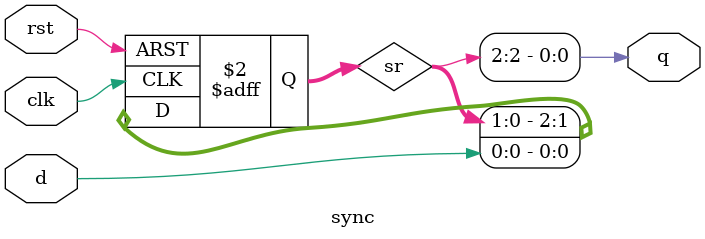
<source format=v>
module sync 
(
	input clk,
	input rst,
	input d,
	output q);
	
	reg [2:0] sr;
	assign q = sr[2];
	
	always @(posedge clk or posedge rst) begin
		if(rst) sr <= 3'd0;
		else sr <= {sr[1:0], d};
	end
endmodule
</source>
